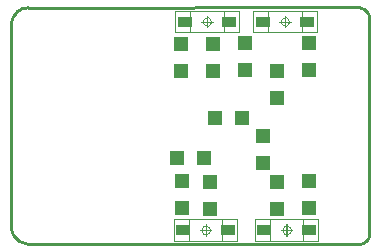
<source format=gbp>
G04*
G04 #@! TF.GenerationSoftware,Altium Limited,Altium Designer,22.0.2 (36)*
G04*
G04 Layer_Color=128*
%FSTAX25Y25*%
%MOIN*%
G70*
G04*
G04 #@! TF.SameCoordinates,371D3646-10FE-40E0-BBDF-05722AEB6D60*
G04*
G04*
G04 #@! TF.FilePolarity,Positive*
G04*
G01*
G75*
%ADD10C,0.01000*%
%ADD24C,0.00197*%
%ADD25C,0.00004*%
%ADD26R,0.04724X0.03347*%
%ADD27R,0.05000X0.05118*%
%ADD28R,0.05118X0.05000*%
D10*
X0314906Y037424D02*
X031388Y037415D01*
X0312886Y0373884D01*
X0311953Y0373449D01*
X0311109Y0372859D01*
X0310382Y0372131D01*
X0309791Y0371287D01*
X0309356Y0370354D01*
X030909Y036936D01*
X0309Y0368335D01*
X0309Y0301406D02*
X030909Y030038D01*
X0309356Y0299386D01*
X0309791Y0298453D01*
X0310382Y0297609D01*
X0311109Y0296882D01*
X0311953Y0296291D01*
X0312886Y0295856D01*
X031388Y029559D01*
X0314906Y02955D01*
X04285Y0370425D02*
X0428416Y0371377D01*
X0428089Y0372275D01*
X042754Y0373057D01*
X0426807Y0373671D01*
X0425941Y0374074D01*
X0425Y037424D01*
X04255Y02955D02*
X0426492Y0295736D01*
X0427363Y0296268D01*
X0428026Y0297042D01*
X0428418Y0297984D01*
X04285Y0299D01*
X0309Y0301406D02*
Y0368335D01*
X0314901Y0374169D02*
X0425Y037424D01*
X0314906Y02955D02*
X04255Y02955D01*
X04285Y0299D02*
Y0370425D01*
D24*
X0375378Y03D02*
X0375056Y0300886D01*
X0374239Y0301357D01*
X0373311Y0301193D01*
X0372705Y0300471D01*
Y0299529D01*
X0373311Y0298807D01*
X0374239Y0298643D01*
X0375056Y0299114D01*
X0375378Y03D01*
X0375878Y03695D02*
X0375556Y0370386D01*
X0374739Y0370857D01*
X0373811Y0370693D01*
X0373205Y0369971D01*
Y0369029D01*
X0373811Y0368307D01*
X0374739Y0368143D01*
X0375556Y0368614D01*
X0375878Y03695D01*
X0402378Y03D02*
X0402056Y0300886D01*
X0401239Y0301357D01*
X0400311Y0301193D01*
X0399705Y0300471D01*
Y0299529D01*
X0400311Y0298807D01*
X0401239Y0298643D01*
X0402056Y0299114D01*
X0402378Y03D01*
X0401878Y03695D02*
X0401556Y0370386D01*
X0400739Y0370857D01*
X0399811Y0370693D01*
X0399205Y0369971D01*
Y0369029D01*
X0399811Y0368307D01*
X0400739Y0368143D01*
X0401556Y0368614D01*
X0401878Y03695D01*
X0375878Y03695D02*
X0375556Y0370386D01*
X0374739Y0370857D01*
X0373811Y0370693D01*
X0373205Y0369971D01*
Y0369029D01*
X0373811Y0368307D01*
X0374739Y0368143D01*
X0375556Y0368614D01*
X0375878Y03695D01*
X0375378Y03D02*
X0375056Y0300886D01*
X0374239Y0301357D01*
X0373311Y0301193D01*
X0372705Y0300471D01*
Y0299529D01*
X0373311Y0298807D01*
X0374239Y0298643D01*
X0375056Y0299114D01*
X0375378Y03D01*
X0402358D02*
X0402036Y0300886D01*
X040122Y0301357D01*
X0400291Y0301193D01*
X0399686Y0300471D01*
Y0299529D01*
X0400291Y0298807D01*
X040122Y0298643D01*
X0402036Y0299114D01*
X0402358Y03D01*
X0401878Y03695D02*
X0401556Y0370386D01*
X0400739Y0370857D01*
X0399811Y0370693D01*
X0399205Y0369971D01*
Y0369029D01*
X0399811Y0368307D01*
X0400739Y0368143D01*
X0401556Y0368614D01*
X0401878Y03695D01*
X0372032Y03D02*
X0375969D01*
X0374Y0298031D02*
Y0301968D01*
X036337Y0296457D02*
Y0303543D01*
Y0296457D02*
X038463D01*
Y0303543D01*
X036337D02*
X038463D01*
X0372532Y03695D02*
X0376469D01*
X03745Y0367532D02*
Y0371469D01*
X036387Y0365957D02*
Y0373043D01*
Y0365957D02*
X038513D01*
Y0373043D01*
X036387D02*
X038513D01*
X0399032Y03D02*
X0402969D01*
X0401Y0298031D02*
Y0301968D01*
X039037Y0296457D02*
Y0303543D01*
Y0296457D02*
X041163D01*
Y0303543D01*
X039037D02*
X041163D01*
X0398532Y03695D02*
X0402469D01*
X04005Y0367532D02*
Y0371469D01*
X041113Y0365957D02*
Y0373043D01*
X038987D02*
X041113D01*
X038987Y0365957D02*
Y0373043D01*
Y0365957D02*
X041113D01*
X0372532Y03695D02*
X0376469D01*
X03745Y0367532D02*
Y0371469D01*
X038513Y0365957D02*
Y0373043D01*
X036387Y0365957D02*
X038513D01*
X036387D02*
Y0373043D01*
X038513D01*
X0372032Y03D02*
X0375969D01*
X0374Y0298032D02*
Y0301969D01*
X038463Y0296457D02*
Y0303543D01*
X036337Y0296457D02*
X038463D01*
X036337D02*
Y0303543D01*
X038463D01*
X0399012Y03D02*
X0402949D01*
X040098Y0298032D02*
Y0301969D01*
X041161Y0296457D02*
Y0303543D01*
X039035Y0296457D02*
X041161D01*
X039035D02*
Y0303543D01*
X041161D01*
X0398532Y03695D02*
X0402469D01*
X04005Y0367532D02*
Y0371469D01*
X038987Y0365957D02*
Y0373043D01*
X041113D01*
Y0365957D02*
Y0373043D01*
X038987Y0365957D02*
X041113D01*
D25*
X036839Y0296457D02*
Y0303543D01*
Y0296457D02*
X037961D01*
Y0303543D01*
X036839D02*
X037961D01*
X036889Y0365957D02*
Y0373043D01*
Y0365957D02*
X038011D01*
Y0373043D01*
X036889D02*
X038011D01*
X039539Y0296457D02*
Y0303543D01*
Y0296457D02*
X040661D01*
Y0303543D01*
X039539D02*
X040661D01*
X040611Y0365957D02*
Y0373043D01*
X039489D02*
X040611D01*
X039489Y0365957D02*
Y0373043D01*
Y0365957D02*
X040611D01*
X038011Y0365957D02*
Y0373043D01*
X036889Y0365957D02*
X038011D01*
X036889D02*
Y0373043D01*
X038011D01*
X037961Y0296457D02*
Y0303543D01*
X036839Y0296457D02*
X037961D01*
X036839D02*
Y0303543D01*
X037961D01*
X0406591Y0296457D02*
Y0303543D01*
X039537Y0296457D02*
X0406591D01*
X039537D02*
Y0303543D01*
X0406591D01*
X039489Y0365957D02*
Y0373043D01*
X040611D01*
Y0365957D02*
Y0373043D01*
X039489Y0365957D02*
X040611D01*
D26*
X036652Y03D02*
D03*
X038148D02*
D03*
X036702Y03695D02*
D03*
X038198D02*
D03*
X039352Y03D02*
D03*
X040848D02*
D03*
X040798Y03695D02*
D03*
X039302D02*
D03*
D27*
X03755Y0316D02*
D03*
Y0307D02*
D03*
X0366079Y0316441D02*
D03*
Y0307441D02*
D03*
X0376504Y0362017D02*
D03*
Y0353017D02*
D03*
X0365921Y0353059D02*
D03*
Y0362059D02*
D03*
X039767Y0316132D02*
D03*
Y0307132D02*
D03*
X04084Y0307191D02*
D03*
Y0316191D02*
D03*
X0393316Y0331373D02*
D03*
X0393316Y0322373D02*
D03*
X0397775Y0343993D02*
D03*
Y0352993D02*
D03*
X04084Y0353208D02*
D03*
Y0362208D02*
D03*
X0387Y0362303D02*
D03*
Y0353303D02*
D03*
D28*
X03735Y0324D02*
D03*
X03645D02*
D03*
X0377Y03375D02*
D03*
X0386D02*
D03*
M02*

</source>
